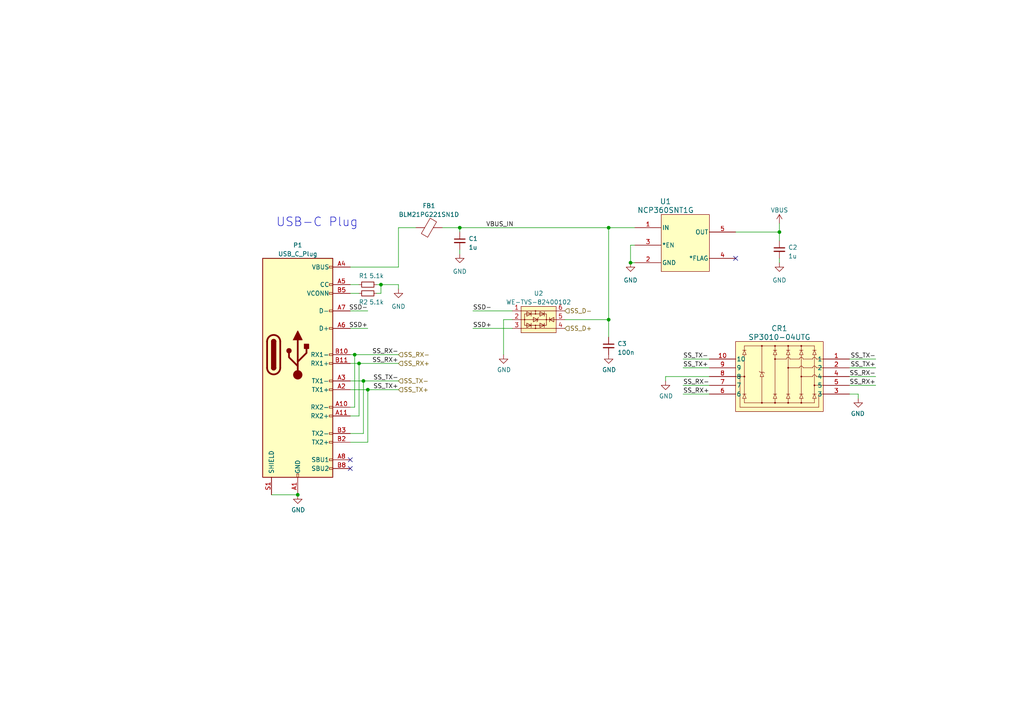
<source format=kicad_sch>
(kicad_sch (version 20230121) (generator eeschema)
  (paper "A4")
  (lib_symbols
    (symbol "Connector:USB_C_Plug" (pin_names (offset 1.016))
      (property "Reference" "P" (at -10.16 29.21 0))
      (property "Value" "USB_C_Plug" (at 10.16 29.21 0))
      (symbol "USB_C_Plug_0_0"
        (rectangle (start -0.254 -35.56) (end 0.254 -34.544))
        (rectangle (start 10.16 -32.766) (end 9.144 -33.274))
        (rectangle (start 10.16 -30.226) (end 9.144 -30.734))
        (rectangle (start 10.16 -25.146) (end 9.144 -25.654))
        (rectangle (start 10.16 -22.606) (end 9.144 -23.114))
        (rectangle (start 10.16 -17.526) (end 9.144 -18.034))
        (rectangle (start 10.16 -14.986) (end 9.144 -15.494))
        (rectangle (start 10.16 -9.906) (end 9.144 -10.414))
        (rectangle (start 10.16 -7.366) (end 9.144 -7.874))
        (rectangle (start 10.16 -2.286) (end 9.144 -2.794))
        (rectangle (start 10.16 0.254) (end 9.144 -0.254))
        (rectangle (start 10.16 7.874) (end 9.144 7.366))
        (rectangle (start 10.16 12.954) (end 9.144 12.446))
        (rectangle (start 10.16 18.034) (end 9.144 17.526))
        (rectangle (start 10.16 20.574) (end 9.144 20.066))
        (rectangle (start 10.16 25.654) (end 9.144 25.146))
      )
      (symbol "USB_C_Plug_0_1"
        (rectangle (start -10.16 27.94) (end 10.16 -35.56) (stroke (width 0.254)) (fill (type background)))
        (arc (start -8.89 -3.81) (mid -6.985 -5.7067) (end -5.08 -3.81) (stroke (width 0.508)))
        (arc (start -7.62 -3.81) (mid -6.985 -4.4423) (end -6.35 -3.81) (stroke (width 0.254)))
        (arc (start -7.62 -3.81) (mid -6.985 -4.4423) (end -6.35 -3.81) (stroke (width 0.254)) (fill (type outline)))
        (rectangle (start -7.62 -3.81) (end -6.35 3.81) (stroke (width 0.254)) (fill (type outline)))
        (arc (start -6.35 3.81) (mid -6.985 4.4423) (end -7.62 3.81) (stroke (width 0.254)))
        (arc (start -6.35 3.81) (mid -6.985 4.4423) (end -7.62 3.81) (stroke (width 0.254)) (fill (type outline)))
        (arc (start -5.08 3.81) (mid -6.985 5.7067) (end -8.89 3.81) (stroke (width 0.508)))
        (polyline (pts (xy -8.89 -3.81) (xy -8.89 3.81)) (stroke (width 0.508)))
        (polyline (pts (xy -5.08 3.81) (xy -5.08 -3.81)) (stroke (width 0.508)))
      )
      (symbol "USB_C_Plug_1_1"
        (circle (center -2.54 1.143) (radius 0.635) (stroke (width 0.254)) (fill (type outline)))
        (circle (center 0 -5.842) (radius 1.27) (fill (type outline)))
        (polyline (pts (xy 0 -5.842) (xy 0 4.318)) (stroke (width 0.508)))
        (polyline (pts (xy 0 -3.302) (xy -2.54 -0.762) (xy -2.54 0.508)) (stroke (width 0.508)))
        (polyline (pts (xy 0 -2.032) (xy 2.54 0.508) (xy 2.54 1.778)) (stroke (width 0.508)))
        (polyline (pts (xy -1.27 4.318) (xy 0 6.858) (xy 1.27 4.318) (xy -1.27 4.318)) (stroke (width 0.254)) (fill (type outline)))
        (rectangle (start 1.905 1.778) (end 3.175 3.048) (stroke (width 0.254)) (fill (type outline)))
        (pin passive line (at 0 -40.64 90) (length 5.08) (name "GND") (number "A1"))
        (pin bidirectional line (at 15.24 -15.24 180) (length 5.08) (name "RX2-") (number "A10"))
        (pin bidirectional line (at 15.24 -17.78 180) (length 5.08) (name "RX2+") (number "A11"))
        (pin passive line (at 0 -40.64 90) (length 5.08) hide (name "GND") (number "A12"))
        (pin bidirectional line (at 15.24 -10.16 180) (length 5.08) (name "TX1+") (number "A2"))
        (pin bidirectional line (at 15.24 -7.62 180) (length 5.08) (name "TX1-") (number "A3"))
        (pin passive line (at 15.24 25.4 180) (length 5.08) (name "VBUS") (number "A4"))
        (pin bidirectional line (at 15.24 20.32 180) (length 5.08) (name "CC") (number "A5"))
        (pin bidirectional line (at 15.24 7.62 180) (length 5.08) (name "D+") (number "A6"))
        (pin bidirectional line (at 15.24 12.7 180) (length 5.08) (name "D-") (number "A7"))
        (pin bidirectional line (at 15.24 -30.48 180) (length 5.08) (name "SBU1") (number "A8"))
        (pin passive line (at 15.24 25.4 180) (length 5.08) hide (name "VBUS") (number "A9"))
        (pin passive line (at 0 -40.64 90) (length 5.08) hide (name "GND") (number "B1"))
        (pin bidirectional line (at 15.24 0 180) (length 5.08) (name "RX1-") (number "B10"))
        (pin bidirectional line (at 15.24 -2.54 180) (length 5.08) (name "RX1+") (number "B11"))
        (pin passive line (at 0 -40.64 90) (length 5.08) hide (name "GND") (number "B12"))
        (pin bidirectional line (at 15.24 -25.4 180) (length 5.08) (name "TX2+") (number "B2"))
        (pin bidirectional line (at 15.24 -22.86 180) (length 5.08) (name "TX2-") (number "B3"))
        (pin passive line (at 15.24 25.4 180) (length 5.08) hide (name "VBUS") (number "B4"))
        (pin bidirectional line (at 15.24 17.78 180) (length 5.08) (name "VCONN") (number "B5"))
        (pin bidirectional line (at 15.24 -33.02 180) (length 5.08) (name "SBU2") (number "B8"))
        (pin passive line (at 15.24 25.4 180) (length 5.08) hide (name "VBUS") (number "B9"))
        (pin passive line (at -7.62 -40.64 90) (length 5.08) (name "SHIELD") (number "S1"))
      )
    )
    (symbol "Device:C_Small" (pin_numbers hide) (pin_names (offset 0.254) hide)
      (property "Reference" "C" (at 0.254 1.778 0))
      (property "Value" "C_Small" (at 0.254 -2.032 0))
      (symbol "C_Small_0_1"
        (polyline (pts (xy -1.524 -0.508) (xy 1.524 -0.508)) (stroke (width 0.3302)))
        (polyline (pts (xy -1.524 0.508) (xy 1.524 0.508)) (stroke (width 0.3048)))
      )
      (symbol "C_Small_1_1"
        (pin passive line (at 0 2.54 270) (length 2.032) (name "~") (number "1"))
        (pin passive line (at 0 -2.54 90) (length 2.032) (name "~") (number "2"))
      )
    )
    (symbol "Device:FerriteBead" (pin_numbers hide) (pin_names (offset 0))
      (property "Reference" "FB" (at -3.81 0.635 90))
      (property "Value" "FerriteBead" (at 3.81 0 90))
      (symbol "FerriteBead_0_1"
        (polyline (pts (xy 0 -1.27) (xy 0 -1.2192)))
        (polyline (pts (xy 0 1.27) (xy 0 1.2954)))
        (polyline (pts (xy -2.7686 0.4064) (xy -1.7018 2.2606) (xy 2.7686 -0.3048) (xy 1.6764 -2.159) (xy -2.7686 0.4064)))
      )
      (symbol "FerriteBead_1_1"
        (pin passive line (at 0 3.81 270) (length 2.54) (name "~") (number "1"))
        (pin passive line (at 0 -3.81 90) (length 2.54) (name "~") (number "2"))
      )
    )
    (symbol "Device:R_Small" (pin_numbers hide) (pin_names (offset 0.254) hide)
      (property "Reference" "R" (at 0.762 0.508 0))
      (property "Value" "R_Small" (at 0.762 -1.016 0))
      (symbol "R_Small_0_1"
        (rectangle (start -0.762 1.778) (end 0.762 -1.778) (stroke (width 0.2032)))
      )
      (symbol "R_Small_1_1"
        (pin passive line (at 0 2.54 270) (length 0.762) (name "~") (number "1"))
        (pin passive line (at 0 -2.54 90) (length 0.762) (name "~") (number "2"))
      )
    )
    (symbol "NCP360:NCP360SNT1G" (pin_names (offset 0.254))
      (property "Reference" "U" (at 20.32 10.16 0))
      (property "Value" "NCP360SNT1G" (at 20.32 7.62 0))
      (symbol "NCP360SNT1G_0_1"
        (pin input line (at 11.43 1.27 0) (length 7.62) (name "IN") (number "1"))
        (pin power_in line (at 11.43 -8.89 0) (length 7.62) (name "GND") (number "2"))
        (pin input line (at 11.43 -3.81 0) (length 7.62) (name "*EN") (number "3"))
        (pin output line (at 40.64 -7.62 180) (length 7.62) (name "*FLAG") (number "4"))
        (pin output line (at 40.64 0 180) (length 7.62) (name "OUT") (number "5"))
      )
      (symbol "NCP360SNT1G_1_1"
        (rectangle (start 19.05 5.08) (end 33.02 -11.43) (fill (type background)))
      )
    )
    (symbol "Power_Protection:WE-TVS-82400102"
      (property "Reference" "U" (at 0 7.62 0))
      (property "Value" "WE-TVS-82400102" (at 0 5.08 0))
      (symbol "WE-TVS-82400102_0_1"
        (rectangle (start -5.08 3.81) (end 5.08 -3.81) (fill (type background)))
        (circle (center -4.064 0) (radius 0.127))
        (rectangle (start -4.064 1.651) (end 2.286 -1.651))
        (circle (center -0.889 -2.54) (radius 0.127))
        (circle (center -0.889 -1.651) (radius 0.127))
        (circle (center -0.889 1.651) (radius 0.127))
        (circle (center -0.889 2.54) (radius 0.127))
        (polyline (pts (xy -5.08 -2.54) (xy 5.08 -2.54)))
        (polyline (pts (xy -5.08 2.54) (xy 5.08 2.54)))
        (polyline (pts (xy -4.064 0) (xy -5.08 0)))
        (polyline (pts (xy -4.064 0) (xy 2.286 0)) (fill (type outline)))
        (polyline (pts (xy -2.159 -1.016) (xy -2.159 -2.286)))
        (polyline (pts (xy -2.159 2.286) (xy -2.159 1.016)))
        (polyline (pts (xy -0.889 -1.651) (xy -0.889 -2.413)))
        (polyline (pts (xy -0.889 1.651) (xy -0.889 2.54)))
        (polyline (pts (xy -0.508 -0.635) (xy -0.508 -0.635)))
        (polyline (pts (xy 1.651 -1.016) (xy 1.651 -2.286)))
        (polyline (pts (xy 1.651 2.286) (xy 1.651 1.016)))
        (polyline (pts (xy 2.286 0) (xy 5.08 0)))
        (polyline (pts (xy -3.429 -1.016) (xy -3.429 -2.286) (xy -2.159 -1.651) (xy -3.429 -1.016)))
        (polyline (pts (xy -3.429 1.016) (xy -3.429 2.286) (xy -2.159 1.651) (xy -3.429 1.016)))
        (polyline (pts (xy 0 0.635) (xy -0.254 0.381) (xy -0.254 -0.381) (xy -0.508 -0.635)))
        (polyline (pts (xy 0.381 -1.016) (xy 0.381 -2.286) (xy 1.651 -1.651) (xy 0.381 -1.016)))
        (polyline (pts (xy 0.381 1.016) (xy 0.381 2.286) (xy 1.651 1.651) (xy 0.381 1.016)))
        (circle (center 2.286 0) (radius 0.127))
      )
      (symbol "WE-TVS-82400102_1_1"
        (polyline (pts (xy 3.175 0.635) (xy 3.175 -0.635)))
        (polyline (pts (xy -1.524 0.635) (xy -1.524 -0.635) (xy -0.254 0) (xy -1.524 0.635)))
        (polyline (pts (xy 4.445 0.635) (xy 4.445 -0.635) (xy 3.175 0) (xy 4.445 0.635)))
        (pin passive line (at -7.62 2.54 0) (length 2.54) (name "~") (number "1"))
        (pin passive line (at -7.62 0 0) (length 2.54) (name "~") (number "2"))
        (pin passive line (at -7.62 -2.54 0) (length 2.54) (name "~") (number "3"))
        (pin passive line (at 7.62 -2.54 180) (length 2.54) (name "~") (number "4"))
        (pin passive line (at 7.62 0 180) (length 2.54) (name "~") (number "5"))
        (pin passive line (at 7.62 2.54 180) (length 2.54) (name "~") (number "6"))
      )
    )
    (symbol "SP3010-04UTG:SP3010-04UTG" (pin_names (offset 0.254))
      (property "Reference" "CR" (at 20.32 10.16 0))
      (property "Value" "SP3010-04UTG" (at 20.32 7.62 0))
      (symbol "SP3010-04UTG_0_1"
        (polyline (pts (xy 7.62 -10.16) (xy 8.89 -10.16)) (stroke (width 0.127)))
        (polyline (pts (xy 7.62 -7.62) (xy 10.16 -7.62)) (stroke (width 0.127)))
        (polyline (pts (xy 7.62 -5.08) (xy 9.652 -5.08)) (stroke (width 0.127)))
        (polyline (pts (xy 7.62 -2.54) (xy 9.652 -2.54)) (stroke (width 0.127)))
        (polyline (pts (xy 7.62 0) (xy 9.652 0)) (stroke (width 0.127)))
        (polyline (pts (xy 8.89 -13.97) (xy 8.89 -10.16)) (stroke (width 0.127)))
        (polyline (pts (xy 9.652 -11.43) (xy 10.668 -11.43)) (stroke (width 0.127)))
        (polyline (pts (xy 9.652 -10.16) (xy 10.668 -10.16)) (stroke (width 0.127)))
        (polyline (pts (xy 9.652 1.27) (xy 10.668 1.27)) (stroke (width 0.127)))
        (polyline (pts (xy 9.652 2.54) (xy 10.668 2.54)) (stroke (width 0.127)))
        (polyline (pts (xy 10.16 -12.7) (xy 10.16 -11.43)) (stroke (width 0.127)))
        (polyline (pts (xy 10.16 -12.7) (xy 30.48 -12.7)) (stroke (width 0.127)))
        (polyline (pts (xy 10.16 -10.16) (xy 9.652 -11.43)) (stroke (width 0.127)))
        (polyline (pts (xy 10.16 1.27) (xy 10.16 -10.16)) (stroke (width 0.127)))
        (polyline (pts (xy 10.16 2.54) (xy 9.652 1.27)) (stroke (width 0.127)))
        (polyline (pts (xy 10.16 3.81) (xy 10.16 2.54)) (stroke (width 0.127)))
        (polyline (pts (xy 10.16 3.81) (xy 30.48 3.81)) (stroke (width 0.127)))
        (polyline (pts (xy 10.668 -11.43) (xy 10.16 -10.16)) (stroke (width 0.127)))
        (polyline (pts (xy 10.668 -5.08) (xy 13.97 -5.08)) (stroke (width 0.127)))
        (polyline (pts (xy 10.668 -2.54) (xy 13.462 -2.54)) (stroke (width 0.127)))
        (polyline (pts (xy 10.668 0) (xy 13.462 0)) (stroke (width 0.127)))
        (polyline (pts (xy 10.668 1.27) (xy 10.16 2.54)) (stroke (width 0.127)))
        (polyline (pts (xy 13.462 -11.43) (xy 14.478 -11.43)) (stroke (width 0.127)))
        (polyline (pts (xy 13.462 -10.16) (xy 14.478 -10.16)) (stroke (width 0.127)))
        (polyline (pts (xy 13.462 1.27) (xy 14.478 1.27)) (stroke (width 0.127)))
        (polyline (pts (xy 13.462 2.54) (xy 14.478 2.54)) (stroke (width 0.127)))
        (polyline (pts (xy 13.97 -12.7) (xy 13.97 -11.43)) (stroke (width 0.127)))
        (polyline (pts (xy 13.97 -10.16) (xy 13.462 -11.43)) (stroke (width 0.127)))
        (polyline (pts (xy 13.97 1.27) (xy 13.97 -10.16)) (stroke (width 0.127)))
        (polyline (pts (xy 13.97 2.54) (xy 13.462 1.27)) (stroke (width 0.127)))
        (polyline (pts (xy 13.97 3.81) (xy 13.97 2.54)) (stroke (width 0.127)))
        (polyline (pts (xy 14.478 -11.43) (xy 13.97 -10.16)) (stroke (width 0.127)))
        (polyline (pts (xy 14.478 -2.54) (xy 17.78 -2.54)) (stroke (width 0.127)))
        (polyline (pts (xy 14.478 0) (xy 17.272 0)) (stroke (width 0.127)))
        (polyline (pts (xy 14.478 1.27) (xy 13.97 2.54)) (stroke (width 0.127)))
        (polyline (pts (xy 17.272 -11.43) (xy 18.288 -11.43)) (stroke (width 0.127)))
        (polyline (pts (xy 17.272 -10.16) (xy 18.288 -10.16)) (stroke (width 0.127)))
        (polyline (pts (xy 17.272 1.27) (xy 18.288 1.27)) (stroke (width 0.127)))
        (polyline (pts (xy 17.272 2.54) (xy 18.288 2.54)) (stroke (width 0.127)))
        (polyline (pts (xy 17.78 -12.7) (xy 17.78 -11.43)) (stroke (width 0.127)))
        (polyline (pts (xy 17.78 -10.16) (xy 17.272 -11.43)) (stroke (width 0.127)))
        (polyline (pts (xy 17.78 1.27) (xy 17.78 -10.16)) (stroke (width 0.127)))
        (polyline (pts (xy 17.78 2.54) (xy 17.272 1.27)) (stroke (width 0.127)))
        (polyline (pts (xy 17.78 3.81) (xy 17.78 2.54)) (stroke (width 0.127)))
        (polyline (pts (xy 18.288 -11.43) (xy 17.78 -10.16)) (stroke (width 0.127)))
        (polyline (pts (xy 18.288 0) (xy 21.59 0)) (stroke (width 0.127)))
        (polyline (pts (xy 18.288 1.27) (xy 17.78 2.54)) (stroke (width 0.127)))
        (polyline (pts (xy 21.082 -11.43) (xy 22.098 -11.43)) (stroke (width 0.127)))
        (polyline (pts (xy 21.082 -10.16) (xy 22.098 -10.16)) (stroke (width 0.127)))
        (polyline (pts (xy 21.082 1.27) (xy 22.098 1.27)) (stroke (width 0.127)))
        (polyline (pts (xy 21.082 2.54) (xy 22.098 2.54)) (stroke (width 0.127)))
        (polyline (pts (xy 21.59 -12.7) (xy 21.59 -11.43)) (stroke (width 0.127)))
        (polyline (pts (xy 21.59 -10.16) (xy 21.082 -11.43)) (stroke (width 0.127)))
        (polyline (pts (xy 21.59 1.27) (xy 21.59 -10.16)) (stroke (width 0.127)))
        (polyline (pts (xy 21.59 2.54) (xy 21.082 1.27)) (stroke (width 0.127)))
        (polyline (pts (xy 21.59 3.81) (xy 21.59 2.54)) (stroke (width 0.127)))
        (polyline (pts (xy 22.098 -11.43) (xy 21.59 -10.16)) (stroke (width 0.127)))
        (polyline (pts (xy 22.098 1.27) (xy 21.59 2.54)) (stroke (width 0.127)))
        (polyline (pts (xy 24.892 -5.08) (xy 25.908 -5.08)) (stroke (width 0.127)))
        (polyline (pts (xy 24.892 -3.81) (xy 24.638 -4.064)) (stroke (width 0.127)))
        (polyline (pts (xy 24.892 -3.81) (xy 25.908 -3.81)) (stroke (width 0.127)))
        (polyline (pts (xy 25.4 -5.08) (xy 25.4 -12.7)) (stroke (width 0.127)))
        (polyline (pts (xy 25.4 -3.81) (xy 24.892 -5.08)) (stroke (width 0.127)))
        (polyline (pts (xy 25.4 3.81) (xy 25.4 -3.81)) (stroke (width 0.127)))
        (polyline (pts (xy 25.908 -5.08) (xy 25.4 -3.81)) (stroke (width 0.127)))
        (polyline (pts (xy 25.908 -3.81) (xy 26.162 -3.556)) (stroke (width 0.127)))
        (polyline (pts (xy 29.972 -11.43) (xy 30.988 -11.43)) (stroke (width 0.127)))
        (polyline (pts (xy 29.972 -10.16) (xy 30.988 -10.16)) (stroke (width 0.127)))
        (polyline (pts (xy 29.972 1.27) (xy 30.988 1.27)) (stroke (width 0.127)))
        (polyline (pts (xy 29.972 2.54) (xy 30.988 2.54)) (stroke (width 0.127)))
        (polyline (pts (xy 30.48 -12.7) (xy 30.48 -11.43)) (stroke (width 0.127)))
        (polyline (pts (xy 30.48 -10.16) (xy 29.972 -11.43)) (stroke (width 0.127)))
        (polyline (pts (xy 30.48 1.27) (xy 30.48 -10.16)) (stroke (width 0.127)))
        (polyline (pts (xy 30.48 2.54) (xy 29.972 1.27)) (stroke (width 0.127)))
        (polyline (pts (xy 30.48 3.81) (xy 30.48 2.54)) (stroke (width 0.127)))
        (polyline (pts (xy 30.988 -11.43) (xy 30.48 -10.16)) (stroke (width 0.127)))
        (polyline (pts (xy 30.988 1.27) (xy 30.48 2.54)) (stroke (width 0.127)))
        (polyline (pts (xy 31.75 -13.97) (xy 8.89 -13.97)) (stroke (width 0.127)))
        (polyline (pts (xy 31.75 -5.08) (xy 31.75 -13.97)) (stroke (width 0.127)))
        (polyline (pts (xy 33.02 -5.08) (xy 30.48 -5.08)) (stroke (width 0.127)))
        (circle (center 10.16 -7.62) (radius 0.127) (stroke (width 0.254)))
        (arc (start 10.668 -5.08) (mid 10.16 -4.5742) (end 9.652 -5.08) (stroke (width 0.127)))
        (arc (start 10.668 -2.54) (mid 10.16 -2.0342) (end 9.652 -2.54) (stroke (width 0.127)))
        (arc (start 10.668 0) (mid 10.16 0.5058) (end 9.652 0) (stroke (width 0.127)))
        (circle (center 13.97 -12.7) (radius 0.127) (stroke (width 0.254)))
        (circle (center 13.97 -5.08) (radius 0.127) (stroke (width 0.254)))
        (circle (center 13.97 3.81) (radius 0.127) (stroke (width 0.254)))
        (arc (start 14.478 -2.54) (mid 13.97 -2.0342) (end 13.462 -2.54) (stroke (width 0.127)))
        (arc (start 14.478 0) (mid 13.97 0.5058) (end 13.462 0) (stroke (width 0.127)))
        (circle (center 17.78 -12.7) (radius 0.127) (stroke (width 0.254)))
        (circle (center 17.78 -2.54) (radius 0.127) (stroke (width 0.254)))
        (circle (center 17.78 3.81) (radius 0.127) (stroke (width 0.254)))
        (arc (start 18.288 0) (mid 17.78 0.5058) (end 17.272 0) (stroke (width 0.127)))
        (circle (center 21.59 -12.7) (radius 0.127) (stroke (width 0.254)))
        (circle (center 21.59 0) (radius 0.127) (stroke (width 0.254)))
        (circle (center 21.59 3.81) (radius 0.127) (stroke (width 0.254)))
        (circle (center 25.4 -12.7) (radius 0.127) (stroke (width 0.254)))
        (circle (center 25.4 3.81) (radius 0.127) (stroke (width 0.254)))
        (circle (center 30.48 -5.08) (radius 0.127) (stroke (width 0.254)))
        (circle (center 31.75 -5.08) (radius 0.127) (stroke (width 0.254)))
        (pin unspecified line (at 0 0 0) (length 7.62) (name "1") (number "1"))
        (pin unspecified line (at 40.64 0 180) (length 7.62) (name "10") (number "10"))
        (pin unspecified line (at 0 -2.54 0) (length 7.62) (name "2") (number "2"))
        (pin unspecified line (at 0 -10.16 0) (length 7.62) (name "3") (number "3"))
        (pin unspecified line (at 0 -5.08 0) (length 7.62) (name "4") (number "4"))
        (pin unspecified line (at 0 -7.62 0) (length 7.62) (name "5") (number "5"))
        (pin unspecified line (at 40.64 -10.16 180) (length 7.62) (name "6") (number "6"))
        (pin unspecified line (at 40.64 -7.62 180) (length 7.62) (name "7") (number "7"))
        (pin unspecified line (at 40.64 -5.08 180) (length 7.62) (name "8") (number "8"))
        (pin unspecified line (at 40.64 -2.54 180) (length 7.62) (name "9") (number "9"))
      )
      (symbol "SP3010-04UTG_1_1"
        (rectangle (start 7.62 5.08) (end 33.02 -15.24) (fill (type background)))
      )
    )
    (symbol "power:GND" (power) (pin_names (offset 0))
      (property "Value" "GND" (at 0 -3.81 0))
      (symbol "GND_0_1"
        (polyline (pts (xy 0 0) (xy 0 -1.27) (xy 1.27 -1.27) (xy 0 -2.54) (xy -1.27 -1.27) (xy 0 -1.27)))
      )
      (symbol "GND_1_1"
        (pin power_in line (at 0 0 270) (length 0) hide (name "GND") (number "1"))
      )
    )
    (symbol "power:VBUS" (power) (pin_names (offset 0))
      (property "Value" "VBUS" (at 0 3.81 0))
      (symbol "VBUS_0_1"
        (polyline (pts (xy -0.762 1.27) (xy 0 2.54)))
        (polyline (pts (xy 0 0) (xy 0 2.54)))
        (polyline (pts (xy 0 2.54) (xy 0.762 1.27)))
      )
      (symbol "VBUS_1_1"
        (pin power_in line (at 0 0 90) (length 0) hide (name "VBUS") (number "1"))
      )
    )
  )
  (junction (at 105.41 110.49))
  (junction (at 226.06 67.31))
  (junction (at 176.53 66.04))
  (junction (at 102.87 102.87))
  (junction (at 86.36 143.51))
  (junction (at 176.53 92.71))
  (junction (at 182.88 76.2))
  (junction (at 104.14 105.41))
  (junction (at 110.49 82.55))
  (junction (at 133.35 66.04))
  (junction (at 106.68 113.03))
  (no_connect (at 213.36 74.93))
  (no_connect (at 101.6 135.89))
  (no_connect (at 101.6 133.35))
  (wire (pts (xy 248.92 114.3) (xy 248.92 115.57)))
  (wire (pts (xy 226.06 67.31) (xy 226.06 69.85)))
  (wire (pts (xy 254 111.76) (xy 246.38 111.76)))
  (wire (pts (xy 110.49 85.09) (xy 109.22 85.09)))
  (wire (pts (xy 198.12 114.3) (xy 205.74 114.3)))
  (wire (pts (xy 115.57 66.04) (xy 115.57 77.47)))
  (wire (pts (xy 182.88 76.2) (xy 184.15 76.2)))
  (wire (pts (xy 226.06 74.93) (xy 226.06 76.2)))
  (wire (pts (xy 176.53 92.71) (xy 176.53 97.79)))
  (wire (pts (xy 133.35 66.04) (xy 133.35 67.31)))
  (wire (pts (xy 106.68 113.03) (xy 106.68 128.27)))
  (wire (pts (xy 184.15 71.12) (xy 182.88 71.12)))
  (wire (pts (xy 146.05 92.71) (xy 148.59 92.71)))
  (wire (pts (xy 128.27 66.04) (xy 133.35 66.04)))
  (wire (pts (xy 182.88 71.12) (xy 182.88 76.2)))
  (wire (pts (xy 133.35 72.39) (xy 133.35 73.66)))
  (wire (pts (xy 101.6 90.17) (xy 106.68 90.17)))
  (wire (pts (xy 101.6 95.25) (xy 106.68 95.25)))
  (wire (pts (xy 198.12 111.76) (xy 205.74 111.76)))
  (wire (pts (xy 106.68 128.27) (xy 101.6 128.27)))
  (wire (pts (xy 104.14 85.09) (xy 101.6 85.09)))
  (wire (pts (xy 104.14 82.55) (xy 101.6 82.55)))
  (wire (pts (xy 105.41 125.73) (xy 105.41 110.49)))
  (wire (pts (xy 102.87 118.11) (xy 102.87 102.87)))
  (wire (pts (xy 248.92 114.3) (xy 246.38 114.3)))
  (wire (pts (xy 104.14 105.41) (xy 104.14 120.65)))
  (wire (pts (xy 137.16 95.25) (xy 148.59 95.25)))
  (wire (pts (xy 109.22 82.55) (xy 110.49 82.55)))
  (wire (pts (xy 254 106.68) (xy 246.38 106.68)))
  (wire (pts (xy 101.6 105.41) (xy 104.14 105.41)))
  (wire (pts (xy 254 109.22) (xy 246.38 109.22)))
  (wire (pts (xy 78.74 143.51) (xy 86.36 143.51)))
  (wire (pts (xy 115.57 66.04) (xy 120.65 66.04)))
  (wire (pts (xy 105.41 110.49) (xy 101.6 110.49)))
  (wire (pts (xy 133.35 66.04) (xy 176.53 66.04)))
  (wire (pts (xy 176.53 92.71) (xy 176.53 66.04)))
  (wire (pts (xy 213.36 67.31) (xy 226.06 67.31)))
  (wire (pts (xy 226.06 64.77) (xy 226.06 67.31)))
  (wire (pts (xy 101.6 118.11) (xy 102.87 118.11)))
  (wire (pts (xy 101.6 113.03) (xy 106.68 113.03)))
  (wire (pts (xy 110.49 82.55) (xy 115.57 82.55)))
  (wire (pts (xy 163.83 92.71) (xy 176.53 92.71)))
  (wire (pts (xy 198.12 104.14) (xy 205.74 104.14)))
  (wire (pts (xy 104.14 105.41) (xy 115.57 105.41)))
  (wire (pts (xy 105.41 110.49) (xy 115.57 110.49)))
  (wire (pts (xy 193.04 109.22) (xy 205.74 109.22)))
  (wire (pts (xy 115.57 77.47) (xy 101.6 77.47)))
  (wire (pts (xy 102.87 102.87) (xy 101.6 102.87)))
  (wire (pts (xy 101.6 125.73) (xy 105.41 125.73)))
  (wire (pts (xy 146.05 102.87) (xy 146.05 92.71)))
  (wire (pts (xy 137.16 90.17) (xy 148.59 90.17)))
  (wire (pts (xy 115.57 82.55) (xy 115.57 83.82)))
  (wire (pts (xy 198.12 106.68) (xy 205.74 106.68)))
  (wire (pts (xy 106.68 113.03) (xy 115.57 113.03)))
  (wire (pts (xy 110.49 82.55) (xy 110.49 85.09)))
  (wire (pts (xy 193.04 109.22) (xy 193.04 110.49)))
  (wire (pts (xy 254 104.14) (xy 246.38 104.14)))
  (wire (pts (xy 104.14 120.65) (xy 101.6 120.65)))
  (wire (pts (xy 102.87 102.87) (xy 115.57 102.87)))
  (wire (pts (xy 176.53 66.04) (xy 184.15 66.04)))
  (text "USB-C Plug" (at 80.01 66.04 0) (effects (font (size 2.54 2.54)) (justify left bottom)))
  (label "SS_TX+" (at 254 106.68 180))
  (label "VBUS_IN" (at 140.97 66.04 0))
  (label "SS_RX-" (at 115.57 102.87 180))
  (label "SSD-" (at 106.68 90.17 180))
  (label "SSD-" (at 137.16 90.17 0))
  (label "SSD+" (at 106.68 95.25 180))
  (label "SS_RX+" (at 198.12 114.3 0))
  (label "SS_TX-" (at 198.12 104.14 0))
  (label "SS_TX+" (at 198.12 106.68 0))
  (label "SS_RX+" (at 115.57 105.41 180))
  (label "SS_TX-" (at 115.57 110.49 180))
  (label "SSD+" (at 137.16 95.25 0))
  (label "SS_RX-" (at 254 109.22 180))
  (label "SS_TX-" (at 254 104.14 180))
  (label "SS_TX+" (at 115.57 113.03 180))
  (label "SS_RX-" (at 198.12 111.76 0))
  (label "SS_RX+" (at 254 111.76 180))
  (hierarchical_label "SS_RX+" (shape input) (at 115.57 105.41 0))
  (hierarchical_label "SS_D-" (shape input) (at 163.83 90.17 0))
  (hierarchical_label "SS_TX+" (shape input) (at 115.57 113.03 0))
  (hierarchical_label "SS_RX-" (shape input) (at 115.57 102.87 0))
  (hierarchical_label "SS_TX-" (shape input) (at 115.57 110.49 0))
  (hierarchical_label "SS_D+" (shape input) (at 163.83 95.25 0))
  (symbol (lib_id "power:GND") (at 115.57 83.82 0) (unit 1)
    (property "Reference" "#PWR07" (effects hide))
    (property "Value" "GND" (at 115.57 88.9 0))
  )
  (symbol (lib_id "Device:C_Small") (at 133.35 69.85 0) (unit 1)
    (property "Reference" "C1" (at 135.89 69.2213 0) (effects (justify left)))
    (property "Value" "1u" (at 135.89 71.7613 0) (effects (justify left)))
    (property "Footprint" "Capacitor_SMD:C_0402_1005Metric" (effects hide))
  )
  (symbol (lib_id "Device:C_Small") (at 226.06 72.39 0) (unit 1)
    (property "Reference" "C2" (at 228.6 71.7613 0) (effects (justify left)))
    (property "Value" "1u" (at 228.6 74.3013 0) (effects (justify left)))
    (property "Footprint" "Capacitor_SMD:C_0402_1005Metric" (effects hide))
  )
  (symbol (lib_id "Connector:USB_C_Plug") (at 86.36 102.87 0) (unit 1)
    (property "Reference" "P1" (at 86.36 71.12 0))
    (property "Value" "USB_C_Plug" (at 86.36 73.66 0))
    (property "Footprint" "Expansion_Card:USB_C_Plug_Molex_105444" (effects hide))
    (property "Datasheet" "https://www.usb.org/sites/default/files/documents/usb_type-c.zip" (effects hide))
  )
  (symbol (lib_id "power:GND") (at 86.36 143.51 0) (unit 1)
    (property "Reference" "#PWR021" (effects hide))
    (property "Value" "GND" (at 86.487 147.9042 0))
    (instances (project "framework_logic_analyzer" (path "" (reference "#PWR021") (unit 1)) (path "" (reference "#PWR02") (unit 1))) (project "Microcontroller" (path "" (reference "#PWR025") (unit 1))))
  )
  (symbol (lib_id "power:GND") (at 226.06 76.2 0) (unit 1)
    (property "Reference" "#PWR05" (effects hide))
    (property "Value" "GND" (at 226.06 81.28 0))
  )
  (symbol (lib_id "power:GND") (at 248.92 115.57 0) (mirror y) (unit 1)
    (property "Reference" "#PWR021" (effects hide))
    (property "Value" "GND" (at 248.793 119.9642 0))
    (instances (project "framework_logic_analyzer" (path "" (reference "#PWR021") (unit 1)) (path "" (reference "#PWR011") (unit 1))) (project "Microcontroller" (path "" (reference "#PWR025") (unit 1))))
  )
  (symbol (lib_id "power:GND") (at 182.88 76.2 0) (unit 1)
    (property "Reference" "#PWR04" (effects hide))
    (property "Value" "GND" (at 182.88 81.28 0))
  )
  (symbol (lib_id "Device:FerriteBead") (at 124.46 66.04 90) (unit 1)
    (property "Reference" "FB1" (at 124.4092 59.69 90))
    (property "Value" "BLM21PG221SN1D" (at 124.4092 62.23 90))
    (property "Footprint" "Inductor_SMD:L_0805_2012Metric" (effects hide))
  )
  (symbol (lib_id "SP3010-04UTG:SP3010-04UTG") (at 246.38 104.14 0) (mirror y) (unit 1)
    (property "Reference" "CR1" (at 226.06 95.25 0) (effects (font (size 1.524 1.524))))
    (property "Value" "SP3010-04UTG" (at 226.06 97.79 0) (effects (font (size 1.524 1.524))))
    (property "Footprint" "SP3010:UDFEN-10_MO229_LTF" (effects hide))
    (property "Datasheet" "SP3010-04UTG" (effects hide))
  )
  (symbol (lib_id "Device:R_Small") (at 106.68 82.55 90) (unit 1)
    (property "Reference" "R1" (at 105.41 80.01 90))
    (property "Value" "5.1k" (at 109.22 80.01 90))
    (property "Footprint" "Resistor_SMD:R_0402_1005Metric" (effects hide))
  )
  (symbol (lib_id "power:VBUS") (at 226.06 64.77 0) (unit 1)
    (property "Reference" "#PWR06" (effects hide))
    (property "Value" "VBUS" (at 226.06 60.96 0))
  )
  (symbol (lib_id "power:GND") (at 146.05 102.87 0) (unit 1)
    (property "Reference" "#PWR021" (effects hide))
    (property "Value" "GND" (at 146.177 107.2642 0))
    (instances (project "framework_logic_analyzer" (path "" (reference "#PWR021") (unit 1)) (path "" (reference "#PWR09") (unit 1))) (project "Microcontroller" (path "" (reference "#PWR025") (unit 1))))
  )
  (symbol (lib_id "Device:C_Small") (at 176.53 100.33 0) (unit 1)
    (property "Reference" "C3" (at 179.07 99.7013 0) (effects (justify left)))
    (property "Value" "100n" (at 179.07 102.2413 0) (effects (justify left)))
    (property "Footprint" "Capacitor_SMD:C_0402_1005Metric" (effects hide))
  )
  (symbol (lib_id "NCP360:NCP360SNT1G") (at 172.72 67.31 0) (unit 1)
    (property "Reference" "U1" (at 193.04 58.42 0) (effects (font (size 1.524 1.524))))
    (property "Value" "NCP360SNT1G" (at 193.04 60.96 0) (effects (font (size 1.524 1.524))))
    (property "Footprint" "NCP360:TSOP5_3X1P5_ONS" (effects hide))
    (property "Datasheet" "NCP360SNT1G" (effects hide))
  )
  (symbol (lib_id "power:GND") (at 133.35 73.66 0) (unit 1)
    (property "Reference" "#PWR03" (effects hide))
    (property "Value" "GND" (at 133.35 78.74 0))
  )
  (symbol (lib_id "Power_Protection:WE-TVS-82400102") (at 156.21 92.71 0) (unit 1)
    (property "Reference" "U2" (at 156.21 85.09 0))
    (property "Value" "WE-TVS-82400102" (at 156.21 87.63 0))
    (property "Footprint" "Package_TO_SOT_SMD:SOT-23-6" (effects hide))
    (property "Datasheet" "https://katalog.we-online.de/pbs/datasheet/82400102.pdf" (effects hide))
  )
  (symbol (lib_id "power:GND") (at 176.53 102.87 0) (unit 1)
    (property "Reference" "#PWR021" (effects hide))
    (property "Value" "GND" (at 176.657 107.2642 0))
    (instances (project "framework_logic_analyzer" (path "" (reference "#PWR021") (unit 1)) (path "" (reference "#PWR08") (unit 1))) (project "Microcontroller" (path "" (reference "#PWR025") (unit 1))))
  )
  (symbol (lib_id "power:GND") (at 193.04 110.49 0) (unit 1)
    (property "Reference" "#PWR021" (effects hide))
    (property "Value" "GND" (at 193.167 114.8842 0))
    (instances (project "framework_logic_analyzer" (path "" (reference "#PWR021") (unit 1)) (path "" (reference "#PWR010") (unit 1))) (project "Microcontroller" (path "" (reference "#PWR025") (unit 1))))
  )
  (symbol (lib_id "Device:R_Small") (at 106.68 85.09 90) (mirror x) (unit 1)
    (property "Reference" "R2" (at 105.41 87.63 90))
    (property "Value" "5.1k" (at 109.22 87.63 90))
    (property "Footprint" "Resistor_SMD:R_0402_1005Metric" (effects hide))
  )
)
</source>
